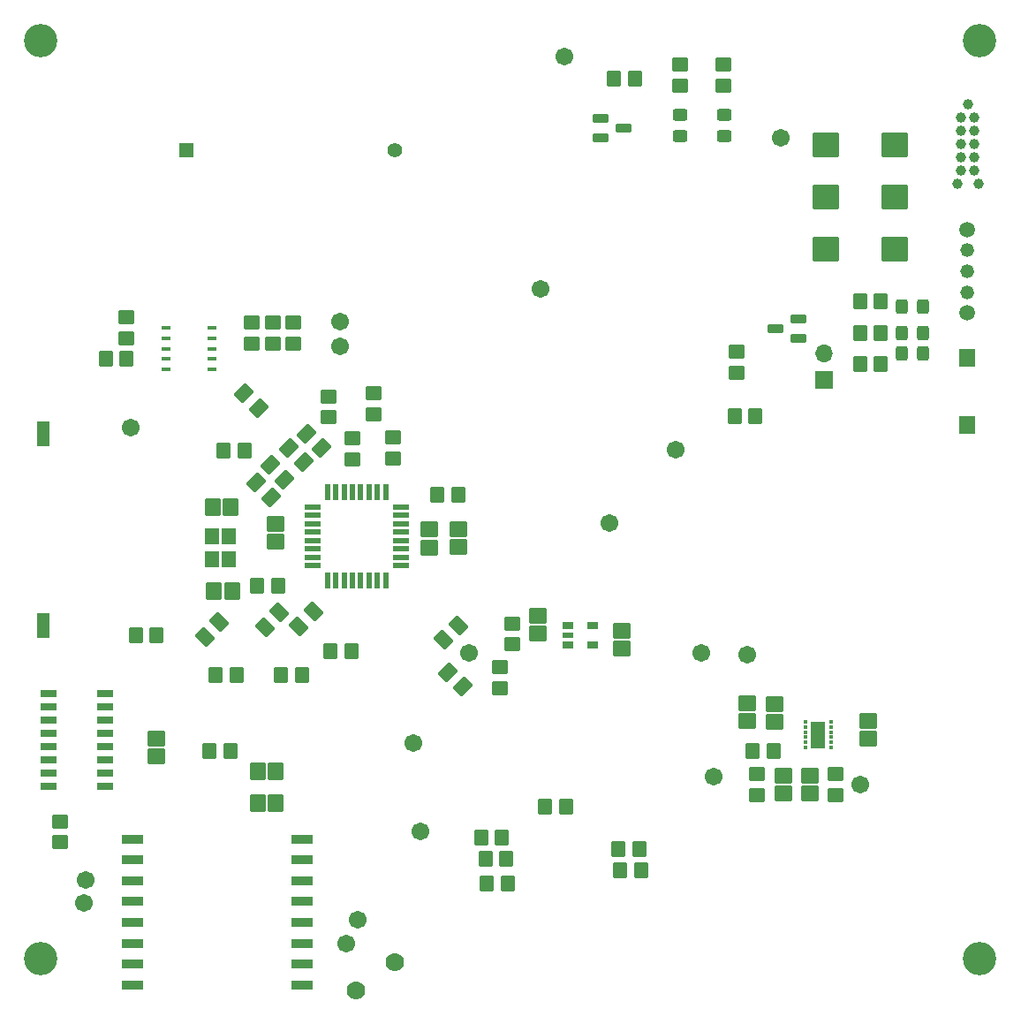
<source format=gbr>
%TF.GenerationSoftware,KiCad,Pcbnew,8.0.6*%
%TF.CreationDate,2024-11-20T13:36:43-05:00*%
%TF.ProjectId,wheel_counter,77686565-6c5f-4636-9f75-6e7465722e6b,rev?*%
%TF.SameCoordinates,Original*%
%TF.FileFunction,Soldermask,Top*%
%TF.FilePolarity,Negative*%
%FSLAX46Y46*%
G04 Gerber Fmt 4.6, Leading zero omitted, Abs format (unit mm)*
G04 Created by KiCad (PCBNEW 8.0.6) date 2024-11-20 13:36:43*
%MOMM*%
%LPD*%
G01*
G04 APERTURE LIST*
G04 Aperture macros list*
%AMRoundRect*
0 Rectangle with rounded corners*
0 $1 Rounding radius*
0 $2 $3 $4 $5 $6 $7 $8 $9 X,Y pos of 4 corners*
0 Add a 4 corners polygon primitive as box body*
4,1,4,$2,$3,$4,$5,$6,$7,$8,$9,$2,$3,0*
0 Add four circle primitives for the rounded corners*
1,1,$1+$1,$2,$3*
1,1,$1+$1,$4,$5*
1,1,$1+$1,$6,$7*
1,1,$1+$1,$8,$9*
0 Add four rect primitives between the rounded corners*
20,1,$1+$1,$2,$3,$4,$5,0*
20,1,$1+$1,$4,$5,$6,$7,0*
20,1,$1+$1,$6,$7,$8,$9,0*
20,1,$1+$1,$8,$9,$2,$3,0*%
G04 Aperture macros list end*
%ADD10C,1.320800*%
%ADD11C,1.498600*%
%ADD12R,0.875000X0.450000*%
%ADD13R,0.355600X0.304800*%
%ADD14R,1.447800X2.590800*%
%ADD15R,1.000000X0.800000*%
%ADD16R,1.000000X0.600000*%
%ADD17R,1.400000X1.400000*%
%ADD18C,1.400000*%
%ADD19R,1.500000X0.600000*%
%ADD20R,0.600000X1.500000*%
%ADD21C,1.703200*%
%ADD22RoundRect,0.101600X-0.750000X0.650000X-0.750000X-0.650000X0.750000X-0.650000X0.750000X0.650000X0*%
%ADD23RoundRect,0.101600X-0.106066X0.883883X-0.883883X0.106066X0.106066X-0.883883X0.883883X-0.106066X0*%
%ADD24RoundRect,0.250000X-0.325000X-0.450000X0.325000X-0.450000X0.325000X0.450000X-0.325000X0.450000X0*%
%ADD25R,1.550000X0.650000*%
%ADD26RoundRect,0.101600X0.883883X0.106066X0.106066X0.883883X-0.883883X-0.106066X-0.106066X-0.883883X0*%
%ADD27C,3.200000*%
%ADD28RoundRect,0.102000X1.200000X1.050000X-1.200000X1.050000X-1.200000X-1.050000X1.200000X-1.050000X0*%
%ADD29R,1.300000X2.340000*%
%ADD30RoundRect,0.101600X-0.883883X-0.106066X-0.106066X-0.883883X0.883883X0.106066X0.106066X0.883883X0*%
%ADD31RoundRect,0.101600X0.550000X0.700000X-0.550000X0.700000X-0.550000X-0.700000X0.550000X-0.700000X0*%
%ADD32RoundRect,0.101600X0.700000X-0.550000X0.700000X0.550000X-0.700000X0.550000X-0.700000X-0.550000X0*%
%ADD33RoundRect,0.101600X-0.700000X0.550000X-0.700000X-0.550000X0.700000X-0.550000X0.700000X0.550000X0*%
%ADD34RoundRect,0.101600X-0.575000X-0.700000X0.575000X-0.700000X0.575000X0.700000X-0.575000X0.700000X0*%
%ADD35RoundRect,0.102000X-0.660400X-0.279400X0.660400X-0.279400X0.660400X0.279400X-0.660400X0.279400X0*%
%ADD36C,1.778000*%
%ADD37RoundRect,0.101600X-0.550000X-0.700000X0.550000X-0.700000X0.550000X0.700000X-0.550000X0.700000X0*%
%ADD38RoundRect,0.101600X-0.650000X-0.750000X0.650000X-0.750000X0.650000X0.750000X-0.650000X0.750000X0*%
%ADD39RoundRect,0.101600X0.750000X-0.650000X0.750000X0.650000X-0.750000X0.650000X-0.750000X-0.650000X0*%
%ADD40RoundRect,0.102000X0.660400X0.279400X-0.660400X0.279400X-0.660400X-0.279400X0.660400X-0.279400X0*%
%ADD41RoundRect,0.102000X0.700000X-0.750000X0.700000X0.750000X-0.700000X0.750000X-0.700000X-0.750000X0*%
%ADD42RoundRect,0.050800X1.000000X0.400000X-1.000000X0.400000X-1.000000X-0.400000X1.000000X-0.400000X0*%
%ADD43RoundRect,0.050800X-1.000000X-0.400000X1.000000X-0.400000X1.000000X0.400000X-1.000000X0.400000X0*%
%ADD44RoundRect,0.101600X0.106066X-0.883883X0.883883X-0.106066X-0.106066X0.883883X-0.883883X0.106066X0*%
%ADD45RoundRect,0.250000X-0.450000X0.325000X-0.450000X-0.325000X0.450000X-0.325000X0.450000X0.325000X0*%
%ADD46RoundRect,0.101600X0.650000X0.750000X-0.650000X0.750000X-0.650000X-0.750000X0.650000X-0.750000X0*%
%ADD47C,0.990600*%
%ADD48RoundRect,0.495300X0.000010X-0.000010X0.000010X0.000010X-0.000010X0.000010X-0.000010X-0.000010X0*%
%ADD49RoundRect,0.495300X-0.000010X0.000010X-0.000010X-0.000010X0.000010X-0.000010X0.000010X0.000010X0*%
%ADD50R,1.700000X1.700000*%
%ADD51O,1.700000X1.700000*%
G04 APERTURE END LIST*
D10*
%TO.C,TOGGLE_SWITCH1*%
X128750000Y-81100000D03*
X128750000Y-79100000D03*
X128750000Y-77099999D03*
D11*
X128750000Y-83100000D03*
X128750000Y-75100000D03*
%TD*%
D12*
%TO.C,RTC1*%
X52000000Y-84500000D03*
X52000000Y-85500000D03*
X52000000Y-86500000D03*
X52000000Y-87500000D03*
X52000000Y-88500000D03*
X56424000Y-88500000D03*
X56424000Y-87500000D03*
X56424000Y-86500000D03*
X56424000Y-85500000D03*
X56424000Y-84500000D03*
%TD*%
D13*
%TO.C,RFID1*%
X115719200Y-124750315D03*
X115719200Y-124250189D03*
X115719200Y-123750063D03*
X115719200Y-123249937D03*
X115719200Y-122749811D03*
X115719200Y-122249685D03*
X113280800Y-122249685D03*
X113280800Y-122749811D03*
X113280800Y-123249937D03*
X113280800Y-123750063D03*
X113280800Y-124250189D03*
X113280800Y-124750315D03*
D14*
X114500000Y-123500000D03*
%TD*%
D15*
%TO.C,LDOReg1*%
X90500000Y-113000000D03*
D16*
X90500000Y-113950000D03*
D15*
X90500000Y-114900000D03*
X92900000Y-114900000D03*
X92900000Y-113000000D03*
%TD*%
D17*
%TO.C,CoinCell1*%
X53950000Y-67500000D03*
D18*
X73950000Y-67500000D03*
%TD*%
D19*
%TO.C,328pb1*%
X66000000Y-101700000D03*
X66000000Y-102500000D03*
X66000000Y-103300000D03*
X66000000Y-104100000D03*
X66000000Y-104900000D03*
X66000000Y-105700000D03*
X66000000Y-106500000D03*
X66000000Y-107300000D03*
D20*
X67450000Y-108750000D03*
X68250000Y-108750000D03*
X69050000Y-108750000D03*
X69850000Y-108750000D03*
X70650000Y-108750000D03*
X71450000Y-108750000D03*
X72250000Y-108750000D03*
X73050000Y-108750000D03*
D19*
X74500000Y-107300000D03*
X74500000Y-106500000D03*
X74500000Y-105700000D03*
X74500000Y-104900000D03*
X74500000Y-104100000D03*
X74500000Y-103300000D03*
X74500000Y-102500000D03*
X74500000Y-101700000D03*
D20*
X73050000Y-100250000D03*
X72250000Y-100250000D03*
X71450000Y-100250000D03*
X70650000Y-100250000D03*
X69850000Y-100250000D03*
X69050000Y-100250000D03*
X68250000Y-100250000D03*
X67450000Y-100250000D03*
%TD*%
D21*
%TO.C,VCC_1*%
X100800000Y-96200000D03*
%TD*%
%TO.C,VBAT_1*%
X90200000Y-58500000D03*
%TD*%
%TO.C,GND_1*%
X110900000Y-66300000D03*
%TD*%
D22*
%TO.C,C_LDO_VCC1*%
X87650000Y-112100000D03*
X87650000Y-113800000D03*
%TD*%
D21*
%TO.C,GPO_1*%
X104500000Y-127500000D03*
%TD*%
D23*
%TO.C,R_MOSI1*%
X62865000Y-111760000D03*
X61450786Y-113174214D03*
%TD*%
D24*
%TO.C,LED2*%
X122475000Y-82500000D03*
X124525000Y-82500000D03*
%TD*%
D25*
%TO.C,HexBuf1*%
X40700000Y-119550000D03*
X40700000Y-120820000D03*
X40700000Y-122090000D03*
X40700000Y-123360000D03*
X40700000Y-124630000D03*
X40700000Y-125900000D03*
X40700000Y-127170000D03*
X40700000Y-128440000D03*
X46150000Y-128440000D03*
X46150000Y-127170000D03*
X46150000Y-125900000D03*
X46150000Y-124630000D03*
X46150000Y-123360000D03*
X46150000Y-122090000D03*
X46150000Y-120820000D03*
X46150000Y-119550000D03*
%TD*%
D26*
%TO.C,R_PD3_UP1*%
X65207107Y-97407107D03*
X63792893Y-95992893D03*
%TD*%
D27*
%TO.C,H3*%
X130000000Y-57000000D03*
%TD*%
D28*
%TO.C,RST_SWITCH1*%
X121800000Y-77000000D03*
X115200000Y-77000000D03*
%TD*%
D29*
%TO.C,Reed1*%
X40200000Y-113000000D03*
X40200000Y-94660000D03*
%TD*%
D22*
%TO.C,C_74HC1*%
X51050000Y-123850000D03*
X51050000Y-125550000D03*
%TD*%
D30*
%TO.C,R_INT_PD2*%
X65450000Y-94650000D03*
X66864214Y-96064214D03*
%TD*%
D31*
%TO.C,R_CS_RFM1*%
X58750000Y-117750000D03*
X56750000Y-117750000D03*
%TD*%
D32*
%TO.C,R_PD2_PUP1*%
X67550000Y-93100000D03*
X67550000Y-91100000D03*
%TD*%
D31*
%TO.C,R_WP1*%
X84600000Y-135400000D03*
X82600000Y-135400000D03*
%TD*%
D21*
%TO.C,RFM_RST_1*%
X44100000Y-139600000D03*
%TD*%
D33*
%TO.C,R_RST1*%
X71900000Y-90800000D03*
X71900000Y-92800000D03*
%TD*%
D31*
%TO.C,R_PE1_PUP1*%
X62700000Y-109220000D03*
X60700000Y-109220000D03*
%TD*%
D34*
%TO.C,Y1*%
X56400000Y-104500000D03*
X56400000Y-106700000D03*
X58000000Y-106700000D03*
X58000000Y-104500000D03*
%TD*%
D21*
%TO.C,INT_TRIG_1*%
X68700000Y-83900000D03*
%TD*%
D27*
%TO.C,H1*%
X40000000Y-145000000D03*
%TD*%
D21*
%TO.C,3V3_1*%
X94500000Y-103200000D03*
%TD*%
D35*
%TO.C,U3*%
X93661700Y-64414100D03*
X93661700Y-66293700D03*
X95846100Y-65353900D03*
%TD*%
D36*
%TO.C,JP2*%
X73900000Y-145300000D03*
%TD*%
%TO.C,JP1*%
X70200000Y-148000000D03*
%TD*%
D28*
%TO.C,STAYAWAKE_SW1*%
X121800000Y-72000000D03*
X115200000Y-72000000D03*
%TD*%
D37*
%TO.C,R_MISO_RFM1*%
X56150000Y-125095000D03*
X58150000Y-125095000D03*
%TD*%
D38*
%TO.C,C_RFM69_0.1*%
X60800000Y-130050000D03*
X62500000Y-130050000D03*
%TD*%
D33*
%TO.C,R_PULL_UP_TRIG1*%
X60200000Y-84000000D03*
X60200000Y-86000000D03*
%TD*%
D21*
%TO.C,INT_MIN_1*%
X68700000Y-86300000D03*
%TD*%
D32*
%TO.C,R_LDO_UP1*%
X85150000Y-114862500D03*
X85150000Y-112862500D03*
%TD*%
D38*
%TO.C,C_XTAL1*%
X56500000Y-101700000D03*
X58200000Y-101700000D03*
%TD*%
D31*
%TO.C,R_PE1*%
X108500000Y-93000000D03*
X106500000Y-93000000D03*
%TD*%
D39*
%TO.C,C_RFID_0.2*%
X113700000Y-129150000D03*
X113700000Y-127450000D03*
%TD*%
D23*
%TO.C,R_CS_SPI4*%
X80000000Y-113000000D03*
X78585786Y-114414214D03*
%TD*%
D21*
%TO.C,MOSI_1*%
X69300000Y-143500000D03*
%TD*%
D40*
%TO.C,U2*%
X112592200Y-85539800D03*
X112592200Y-83660200D03*
X110407800Y-84600000D03*
%TD*%
D27*
%TO.C,H4*%
X130000000Y-145000000D03*
%TD*%
D22*
%TO.C,C_328pb_AREF1*%
X77200000Y-103850000D03*
X77200000Y-105550000D03*
%TD*%
D23*
%TO.C,R_SCK1*%
X66112107Y-111687893D03*
X64697893Y-113102107D03*
%TD*%
D33*
%TO.C,R_LPD1*%
X116200000Y-127300000D03*
X116200000Y-129300000D03*
%TD*%
D41*
%TO.C,POWER_CYCLE_SWITCH1*%
X128800000Y-93850000D03*
X128800000Y-87350000D03*
%TD*%
D31*
%TO.C,R_LED2*%
X120500000Y-82000000D03*
X118500000Y-82000000D03*
%TD*%
D32*
%TO.C,R_RTC_PUP_DIN1*%
X48212000Y-85500000D03*
X48212000Y-83500000D03*
%TD*%
D33*
%TO.C,R_GPO1*%
X108600000Y-127300000D03*
X108600000Y-129300000D03*
%TD*%
D39*
%TO.C,C_RFID_0.1*%
X107700000Y-122200000D03*
X107700000Y-120500000D03*
%TD*%
D21*
%TO.C,RST_1*%
X87900000Y-80800000D03*
%TD*%
D39*
%TO.C,C_RFID_1*%
X110300000Y-122300000D03*
X110300000Y-120600000D03*
%TD*%
D21*
%TO.C,MISO_1*%
X75700000Y-124300000D03*
%TD*%
D22*
%TO.C,C_RFID_3*%
X119300000Y-122200000D03*
X119300000Y-123900000D03*
%TD*%
D21*
%TO.C,SCK_1*%
X70400000Y-141200000D03*
%TD*%
D31*
%TO.C,R_LED1*%
X120500000Y-88000000D03*
X118500000Y-88000000D03*
%TD*%
D33*
%TO.C,R_PULL_UP_SDA1*%
X64200000Y-84000000D03*
X64200000Y-86000000D03*
%TD*%
D37*
%TO.C,R_RST_RFM1*%
X78000000Y-100500000D03*
X80000000Y-100500000D03*
%TD*%
D21*
%TO.C,REED_1*%
X48600000Y-94100000D03*
%TD*%
D30*
%TO.C,R_TRIG_PD3*%
X60647658Y-99347658D03*
X62061872Y-100761872D03*
%TD*%
D21*
%TO.C,LDO_CTRL_1*%
X81000000Y-115700000D03*
%TD*%
D42*
%TO.C,U1*%
X65000000Y-147500000D03*
X65000000Y-145500000D03*
X65000000Y-143500000D03*
X65000000Y-141500000D03*
X65000000Y-139500000D03*
X65000000Y-137500000D03*
X65000000Y-135500000D03*
X65000000Y-133500000D03*
D43*
X48800000Y-133500000D03*
X48800000Y-135500000D03*
X48800000Y-137500000D03*
X48800000Y-139500000D03*
X48800000Y-141500000D03*
X48800000Y-143500000D03*
X48800000Y-145500000D03*
X48800000Y-147500000D03*
%TD*%
D44*
%TO.C,R_CS_SPI2*%
X55692893Y-114157107D03*
X57107107Y-112742893D03*
%TD*%
D26*
%TO.C,R_PUP_INT_MIN1*%
X60857107Y-92207107D03*
X59442893Y-90792893D03*
%TD*%
D21*
%TO.C,CS_SPI_1*%
X76400000Y-132800000D03*
%TD*%
D38*
%TO.C,C_RFM69_10*%
X60800000Y-126983200D03*
X62500000Y-126983200D03*
%TD*%
D32*
%TO.C,R_PC6_PUP1*%
X69860916Y-97112500D03*
X69860916Y-95112500D03*
%TD*%
D21*
%TO.C,LPD_1*%
X118500000Y-128300000D03*
%TD*%
%TO.C,SDA_1*%
X103300000Y-115700000D03*
%TD*%
D33*
%TO.C,R_PULL_UP_SCL1*%
X62200000Y-84000000D03*
X62200000Y-86000000D03*
%TD*%
D31*
%TO.C,R_LED3*%
X120500000Y-85000000D03*
X118500000Y-85000000D03*
%TD*%
D37*
%TO.C,R_POL1*%
X94953900Y-60653900D03*
X96953900Y-60653900D03*
%TD*%
%TO.C,R_CS_RFM2*%
X63000000Y-117750000D03*
X65000000Y-117750000D03*
%TD*%
D31*
%TO.C,R_CS_SPI1*%
X90350000Y-130400000D03*
X88350000Y-130400000D03*
%TD*%
D21*
%TO.C,CS_RFM_1*%
X44300000Y-137400000D03*
%TD*%
D45*
%TO.C,LED4*%
X105500000Y-64075000D03*
X105500000Y-66125000D03*
%TD*%
D27*
%TO.C,H2*%
X40000000Y-57000000D03*
%TD*%
D37*
%TO.C,R_MISO_SPI1*%
X82185000Y-133350000D03*
X84185000Y-133350000D03*
%TD*%
%TO.C,R_HOLD2*%
X95500000Y-136500000D03*
X97500000Y-136500000D03*
%TD*%
D32*
%TO.C,R_LED4*%
X105400000Y-61300000D03*
X105400000Y-59300000D03*
%TD*%
D37*
%TO.C,R_PULL_DOWN_TRIG1*%
X57500000Y-96250000D03*
X59500000Y-96250000D03*
%TD*%
D46*
%TO.C,C_XTAL2*%
X58300000Y-109700000D03*
X56600000Y-109700000D03*
%TD*%
D45*
%TO.C,LED5*%
X101300000Y-64075000D03*
X101300000Y-66125000D03*
%TD*%
D22*
%TO.C,C_328pb_AVCC1*%
X80000000Y-103800000D03*
X80000000Y-105500000D03*
%TD*%
%TO.C,C_328pb_GND1*%
X62500000Y-103300000D03*
X62500000Y-105000000D03*
%TD*%
D24*
%TO.C,LED1*%
X122500000Y-87000000D03*
X124550000Y-87000000D03*
%TD*%
D21*
%TO.C,SCL_1*%
X107700000Y-115800000D03*
%TD*%
D39*
%TO.C,C_RFID_2*%
X111200000Y-129150000D03*
X111200000Y-127450000D03*
%TD*%
D26*
%TO.C,R_PE2*%
X80414214Y-118914214D03*
X79000000Y-117500000D03*
%TD*%
D47*
%TO.C,TAGCONN1*%
X128835000Y-63120000D03*
X129850000Y-70740000D03*
X127820000Y-70740000D03*
D48*
X129470000Y-68200000D03*
X129470000Y-69470000D03*
D49*
X128200000Y-65660000D03*
D48*
X129470000Y-65660000D03*
X129470000Y-66930000D03*
X129470000Y-64390000D03*
D49*
X128200000Y-69470000D03*
X128200000Y-66930000D03*
X128200000Y-68200000D03*
X128200000Y-64390000D03*
%TD*%
D30*
%TO.C,R_REED_PD3*%
X61938128Y-97638128D03*
X63352342Y-99052342D03*
%TD*%
D28*
%TO.C,BROADCAST_SW2*%
X121800000Y-67000000D03*
X115200000Y-67000000D03*
%TD*%
D50*
%TO.C,J2*%
X115100000Y-89540000D03*
D51*
X115100000Y-87000000D03*
%TD*%
D37*
%TO.C,R_HOLD1*%
X95350000Y-134500000D03*
X97350000Y-134500000D03*
%TD*%
D33*
%TO.C,R_RFM_CS1*%
X41850000Y-131800000D03*
X41850000Y-133800000D03*
%TD*%
D37*
%TO.C,R_REED_RTC1*%
X46212000Y-87500000D03*
X48212000Y-87500000D03*
%TD*%
D32*
%TO.C,R_PC3_UP1*%
X73750000Y-97000000D03*
X73750000Y-95000000D03*
%TD*%
D37*
%TO.C,R_WP2*%
X82750000Y-137750000D03*
X84750000Y-137750000D03*
%TD*%
D32*
%TO.C,R_LED5*%
X101300000Y-61300000D03*
X101300000Y-59300000D03*
%TD*%
%TO.C,R_POL2*%
X106700000Y-88800000D03*
X106700000Y-86800000D03*
%TD*%
D37*
%TO.C,R_GPO2*%
X108200000Y-125100000D03*
X110200000Y-125100000D03*
%TD*%
D24*
%TO.C,LED3*%
X122475000Y-85000000D03*
X124525000Y-85000000D03*
%TD*%
D32*
%TO.C,R_LDO_DOWN1*%
X83950000Y-119050000D03*
X83950000Y-117050000D03*
%TD*%
D22*
%TO.C,C_LDO_3V3*%
X95650000Y-113550000D03*
X95650000Y-115250000D03*
%TD*%
D37*
%TO.C,R_CS_SPI3*%
X67750000Y-115500000D03*
X69750000Y-115500000D03*
%TD*%
D31*
%TO.C,R_REED_GND1*%
X51087500Y-114000000D03*
X49087500Y-114000000D03*
%TD*%
M02*

</source>
